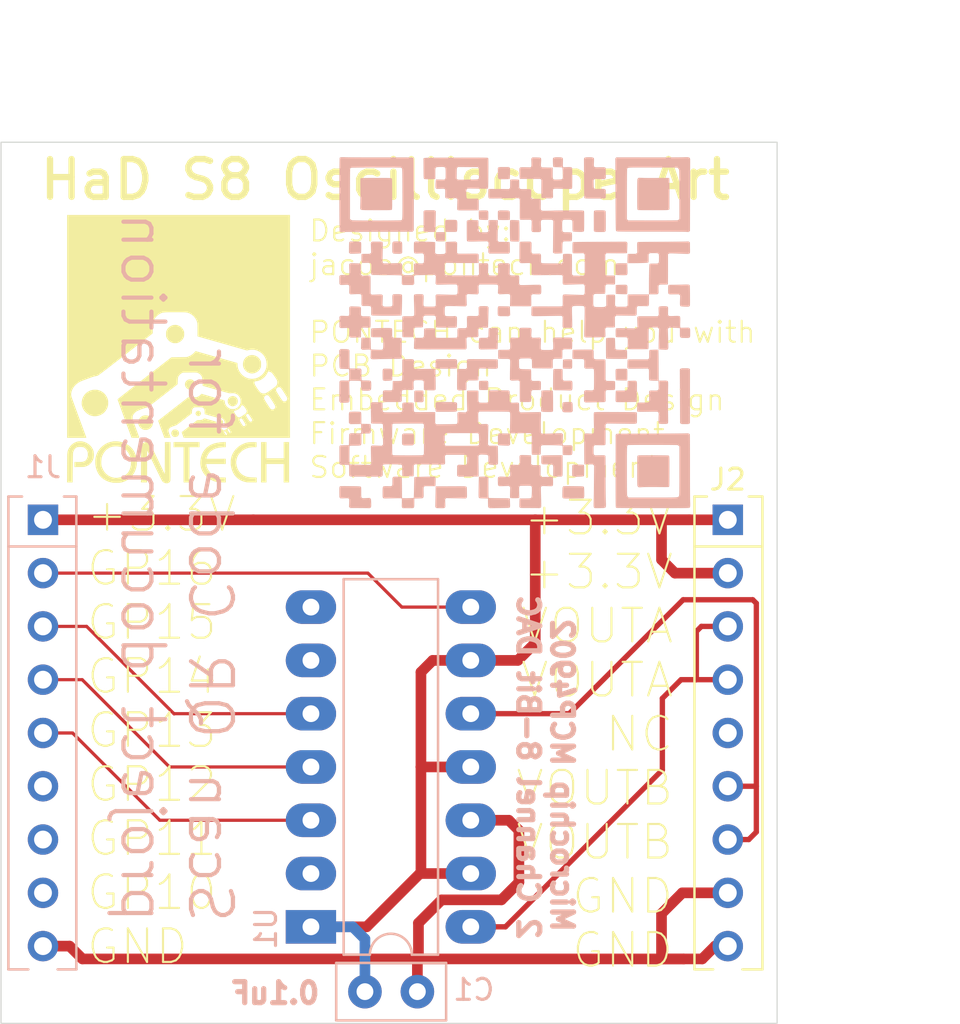
<source format=kicad_pcb>
(kicad_pcb (version 20240108) (generator "pcbnew") (generator_version "8.0")
  (layers (0 "F.Cu" signal) (31 "B.Cu" signal) (34 "B.Paste" user) (35 "F.Paste" user) (36 "B.SilkS" user "B.Silkscreen") (37 "F.SilkS" user "F.Silkscreen") (38 "B.Mask" user) (39 "F.Mask" user) (44 "Edge.Cuts" user))
  (net 0 "")
  (net 4 "GND")
  (net 5 "/GP12-SPI1-MISO")
  (net 6 "/GP13-SPI1-CSn")
  (net 7 "/GP11-SPI1-MOSI")
  (net 8 "/GP10-SPI1-SCK")
  (net 9 "/GP16-SPI0-MISO")
  (net 10 "+3V3")
  (net 11 "/GP14-SPI1-SCK")
  (net 12 "/GP15-SPI1-MOSI")
  (net 13 "Net-(J2-Pin_6)")
  (net 15 "Net-(J2-Pin_3)")
  (footprint "a_pontech:PONTECH-10mm-12mm" (layer "F.Cu") (at 163.46 71.86)
    (property "Reference" "ART1" (hide yes))
    (property "Value" "PONTECH-10mm-12mm" (hide yes))
  )
  (footprint "Package_SIP:SIP-9_22.3x3mm_P2.54mm" (layer "F.Cu") (at 189.65 80 -90)
    (property "Reference" "J2" (at -1.92 0 180) (layer "F.SilkS"))
    (property "Value" "Conn_01x09")
    (pad "1" thru_hole rect (at 0 0) (size 1.45 1.45) (drill 0.85) (layers "*.Cu" "*.Mask") (net 10 "+3V3"))
    (pad "2" thru_hole circle (at 2.54 0) (size 1.45 1.45) (drill 0.85) (layers "*.Cu" "*.Mask") (net 10 "+3V3"))
    (pad "3" thru_hole circle (at 5.08 0) (size 1.45 1.45) (drill 0.85) (layers "*.Cu" "*.Mask") (net 15 "Net-(J2-Pin_3)"))
    (pad "4" thru_hole circle (at 7.62 0) (size 1.45 1.45) (drill 0.85) (layers "*.Cu" "*.Mask") (net 15 "Net-(J2-Pin_3)"))
    (pad "5" thru_hole circle (at 10.16 0) (size 1.45 1.45) (drill 0.85) (layers "*.Cu" "*.Mask"))
    (pad "6" thru_hole circle (at 12.7 0) (size 1.45 1.45) (drill 0.85) (layers "*.Cu" "*.Mask") (net 13 "Net-(J2-Pin_6)"))
    (pad "7" thru_hole circle (at 15.24 0) (size 1.45 1.45) (drill 0.85) (layers "*.Cu" "*.Mask") (net 13 "Net-(J2-Pin_6)"))
    (pad "8" thru_hole circle (at 17.78 0) (size 1.45 1.45) (drill 0.85) (layers "*.Cu" "*.Mask") (net 4 "GND"))
    (pad "9" thru_hole circle (at 20.32 0) (size 1.45 1.45) (drill 0.85) (layers "*.Cu" "*.Mask") (net 4 "GND"))
  )
  (footprint "Package_SIP:SIP-9_22.3x3mm_P2.54mm" (layer "B.Cu") (at 157 80 -90)
    (property "Reference" "J1" (at -2.51 0 0) (layer "B.SilkS") (effects (justify mirror)))
    (property "Value" "Conn_01x09")
    (pad "1" thru_hole rect (at 0 0 180) (size 1.45 1.45) (drill 0.85) (layers "*.Cu" "*.Mask") (net 10 "+3V3"))
    (pad "2" thru_hole circle (at 2.54 0 180) (size 1.45 1.45) (drill 0.85) (layers "*.Cu" "*.Mask") (net 9 "/GP16-SPI0-MISO"))
    (pad "3" thru_hole circle (at 5.08 0 180) (size 1.45 1.45) (drill 0.85) (layers "*.Cu" "*.Mask") (net 12 "/GP15-SPI1-MOSI"))
    (pad "4" thru_hole circle (at 7.62 0 180) (size 1.45 1.45) (drill 0.85) (layers "*.Cu" "*.Mask") (net 11 "/GP14-SPI1-SCK"))
    (pad "5" thru_hole circle (at 10.16 0 180) (size 1.45 1.45) (drill 0.85) (layers "*.Cu" "*.Mask") (net 6 "/GP13-SPI1-CSn"))
    (pad "6" thru_hole circle (at 12.7 0 180) (size 1.45 1.45) (drill 0.85) (layers "*.Cu" "*.Mask") (net 5 "/GP12-SPI1-MISO"))
    (pad "7" thru_hole circle (at 15.24 0 180) (size 1.45 1.45) (drill 0.85) (layers "*.Cu" "*.Mask") (net 7 "/GP11-SPI1-MOSI"))
    (pad "8" thru_hole circle (at 17.78 0 180) (size 1.45 1.45) (drill 0.85) (layers "*.Cu" "*.Mask") (net 8 "/GP10-SPI1-SCK"))
    (pad "9" thru_hole circle (at 20.32 0 180) (size 1.45 1.45) (drill 0.85) (layers "*.Cu" "*.Mask") (net 4 "GND"))
  )
  (footprint "Package_DIP:DIP-14_W7.62mm_LongPads" (layer "B.Cu") (at 169.775 99.4)
    (property "Reference" "U1" (at -2.145 0.08 -90) (layer "B.SilkS") (effects (justify mirror)))
    (property "Value" "MCP4902")
    (pad "1" thru_hole rect (at 0 0) (size 2.4 1.6) (drill 0.8) (layers "*.Cu" "*.Mask") (net 10 "+3V3"))
    (pad "2" thru_hole oval (at 0 -2.54) (size 2.4 1.6) (drill 0.8) (layers "*.Cu" "*.Mask"))
    (pad "3" thru_hole oval (at 0 -5.08) (size 2.4 1.6) (drill 0.8) (layers "*.Cu" "*.Mask") (net 6 "/GP13-SPI1-CSn"))
    (pad "4" thru_hole oval (at 0 -7.62) (size 2.4 1.6) (drill 0.8) (layers "*.Cu" "*.Mask") (net 11 "/GP14-SPI1-SCK"))
    (pad "5" thru_hole oval (at 0 -10.16) (size 2.4 1.6) (drill 0.8) (layers "*.Cu" "*.Mask") (net 12 "/GP15-SPI1-MOSI"))
    (pad "6" thru_hole oval (at 0 -12.7) (size 2.4 1.6) (drill 0.8) (layers "*.Cu" "*.Mask"))
    (pad "7" thru_hole oval (at 0 -15.24) (size 2.4 1.6) (drill 0.8) (layers "*.Cu" "*.Mask"))
    (pad "8" thru_hole oval (at 7.62 -15.24) (size 2.4 1.6) (drill 0.8) (layers "*.Cu" "*.Mask") (net 9 "/GP16-SPI0-MISO"))
    (pad "9" thru_hole oval (at 7.62 -12.7) (size 2.4 1.6) (drill 0.8) (layers "*.Cu" "*.Mask") (net 10 "+3V3"))
    (pad "10" thru_hole oval (at 7.62 -10.16) (size 2.4 1.6) (drill 0.8) (layers "*.Cu" "*.Mask") (net 13 "Net-(J2-Pin_6)"))
    (pad "11" thru_hole oval (at 7.62 -7.62) (size 2.4 1.6) (drill 0.8) (layers "*.Cu" "*.Mask") (net 10 "+3V3"))
    (pad "12" thru_hole oval (at 7.62 -5.08) (size 2.4 1.6) (drill 0.8) (layers "*.Cu" "*.Mask") (net 4 "GND"))
    (pad "13" thru_hole oval (at 7.62 -2.54) (size 2.4 1.6) (drill 0.8) (layers "*.Cu" "*.Mask") (net 10 "+3V3"))
    (pad "14" thru_hole oval (at 7.62 0) (size 2.4 1.6) (drill 0.8) (layers "*.Cu" "*.Mask") (net 15 "Net-(J2-Pin_3)"))
  )
  (footprint "Lab7-Art:oscilloscope-art-at-hackaday-supercon-8" (layer "B.Cu") (at 179.203547 71.025008 180)
    (property "Reference" "G***" (hide yes))
    (property "Value" "LOGO" (hide yes))
  )
  (footprint "Capacitor_THT:C_Disc_D5.0mm_W2.5mm_P2.50mm" (layer "B.Cu") (at 172.35 102.49)
    (property "Reference" "C1" (at 5.19 -0.09 0) (layer "B.SilkS") (effects (justify mirror)))
    (property "Value" "C")
    (pad "1" thru_hole circle (at 0 0) (size 1.6 1.6) (drill 0.8) (layers "*.Cu" "*.Mask") (net 10 "+3V3"))
    (pad "2" thru_hole circle (at 2.5 0) (size 1.6 1.6) (drill 0.8) (layers "*.Cu" "*.Mask") (net 4 "GND"))
  )
  (gr_rect (start 155 62) (end 192 104) (stroke (width 0.05)) (fill none) (layer "Edge.Cuts"))
  (gr_text "Scan QR Code for\nproject documentation" (at 160.58 99.35 270) (layer "B.SilkS") (effects (font (size 2 2) (thickness 0.2)) (justify left bottom mirror)))
  (gr_text "0.1uF" (at 168.07 103.15 0) (layer "B.SilkS") (effects (font (size 1 1) (thickness 0.25)) (justify bottom mirror)))
  (gr_text "Microchip MCP4902 \n2 Channel 8-Bit DAC" (at 179.55 91.79 270) (layer "B.SilkS") (effects (font (size 1 1) (thickness 0.25)) (justify bottom mirror)))
  (gr_text "Designed by: \njacob@pontech.com\n\nPONTECH can help you with\nPCB Design\nEmbedded Product Design\nFirmware Development\nSoftware Development" (at 169.63 78.08 0) (layer "F.SilkS") (effects (font (size 1 1) (thickness 0.1)) (justify left bottom)))
  (gr_text "+3.3V\n+3.3V\nVOUTA\nVOUTA\nNC\nVOUTB\nVOUTB\nGND\nGND" (at 187.14 101.45 0) (layer "F.SilkS") (effects (font (size 1.6 1.6) (thickness 0.1)) (justify right bottom)))
  (gr_text "+3.3V\nGP16\nGP15\nGP14\nGP13\nGP12\nGP11\nGP10\nGND" (at 159 101.275 0) (layer "F.SilkS") (effects (font (size 1.6 1.6) (thickness 0.1)) (justify left bottom)))
  (gr_text "HaD S8 Oscilliscope Art" (at 173.32 64.84 0) (layer "F.SilkS") (effects (font (size 1.8 1.8) (thickness 0.3)) (justify bottom)))
  (segment (start 189.65 97.78) (end 187.48 97.78) (width 0.508) (layer "F.Cu") (net 4))
  (segment (start 187.48 97.78) (end 186.49 98.77) (width 0.508) (layer "F.Cu") (net 4))
  (segment (start 176.006 98.114) (end 174.9 99.22) (width 0.508) (layer "F.Cu") (net 4))
  (segment (start 179.69 97.28) (end 178.856 98.114) (width 0.508) (layer "F.Cu") (net 4))
  (segment (start 179.69 94.8) (end 179.69 97.28) (width 0.508) (layer "F.Cu") (net 4))
  (segment (start 157 100.32) (end 158.27 100.32) (width 0.508) (layer "F.Cu") (net 4))
  (segment (start 174.88 100.93) (end 158.88 100.93) (width 0.508) (layer "F.Cu") (net 4))
  (segment (start 174.85 100.96) (end 174.88 100.93) (width 0.508) (layer "F.Cu") (net 4))
  (segment (start 187.55 100.93) (end 174.9 100.93) (width 0.508) (layer "F.Cu") (net 4))
  (segment (start 174.85 102.49) (end 174.85 100.96) (width 0.508) (layer "F.Cu") (net 4))
  (segment (start 186.49 98.77) (end 186.49 100.93) (width 0.508) (layer "F.Cu") (net 4))
  (segment (start 158.27 100.32) (end 158.88 100.93) (width 0.508) (layer "F.Cu") (net 4))
  (segment (start 174.9 100.91) (end 174.88 100.93) (width 0.508) (layer "F.Cu") (net 4))
  (segment (start 178.856 98.114) (end 176.006 98.114) (width 0.508) (layer "F.Cu") (net 4))
  (segment (start 187.55 100.93) (end 188.43 100.93) (width 0.508) (layer "F.Cu") (net 4))
  (segment (start 179.21 94.32) (end 179.69 94.8) (width 0.508) (layer "F.Cu") (net 4))
  (segment (start 188.43 100.93) (end 189.04 100.32) (width 0.508) (layer "F.Cu") (net 4))
  (segment (start 186.49 100.93) (end 187.55 100.93) (width 0.508) (layer "F.Cu") (net 4))
  (segment (start 189.04 100.32) (end 189.65 100.32) (width 0.508) (layer "F.Cu") (net 4))
  (segment (start 174.9 99.22) (end 174.9 100.91) (width 0.508) (layer "F.Cu") (net 4))
  (segment (start 177.395 94.32) (end 179.21 94.32) (width 0.508) (layer "F.Cu") (net 4))
  (segment (start 158.41 90.16) (end 162.57 94.32) (width 0.1524) (layer "F.Cu") (net 6))
  (segment (start 157 90.16) (end 158.41 90.16) (width 0.1524) (layer "F.Cu") (net 6))
  (segment (start 162.57 94.32) (end 169.775 94.32) (width 0.1524) (layer "F.Cu") (net 6))
  (segment (start 174.11 84.16) (end 177.395 84.16) (width 0.1524) (layer "F.Cu") (net 9))
  (segment (start 157 82.54) (end 172.49 82.54) (width 0.1524) (layer "F.Cu") (net 9))
  (segment (start 172.49 82.54) (end 174.11 84.16) (width 0.1524) (layer "F.Cu") (net 9))
  (segment (start 180.47 85.87) (end 179.64 86.7) (width 0.508) (layer "F.Cu") (net 10))
  (segment (start 180.47 80) (end 167.025 80) (width 0.508) (layer "F.Cu") (net 10))
  (segment (start 187.13 82.54) (end 186.49 81.9) (width 0.508) (layer "F.Cu") (net 10))
  (segment (start 174.97 96.86) (end 177.395 96.86) (width 0.508) (layer "F.Cu") (net 10))
  (segment (start 157 80) (end 167.025 80) (width 0.508) (layer "F.Cu") (net 10))
  (segment (start 175.02 91.78) (end 175.02 96.86) (width 0.508) (layer "F.Cu") (net 10))
  (segment (start 169.775 99.4) (end 172.43 99.4) (width 0.508) (layer "F.Cu") (net 10))
  (segment (start 189.65 82.54) (end 187.13 82.54) (width 0.508) (layer "F.Cu") (net 10))
  (segment (start 172.43 99.4) (end 174.97 96.86) (width 0.508) (layer "F.Cu") (net 10))
  (segment (start 187.825 80) (end 180.47 80) (width 0.508) (layer "F.Cu") (net 10))
  (segment (start 186.49 80) (end 187.825 80) (width 0.508) (layer "F.Cu") (net 10))
  (segment (start 175.02 91.78) (end 175.02 87.26) (width 0.508) (layer "F.Cu") (net 10))
  (segment (start 175.58 86.7) (end 177.395 86.7) (width 0.508) (layer "F.Cu") (net 10))
  (segment (start 189.65 80) (end 187.825 80) (width 0.508) (layer "F.Cu") (net 10))
  (segment (start 175.02 87.26) (end 175.58 86.7) (width 0.508) (layer "F.Cu") (net 10))
  (segment (start 180.47 80) (end 180.47 85.87) (width 0.508) (layer "F.Cu") (net 10))
  (segment (start 186.49 81.9) (end 186.49 80) (width 0.508) (layer "F.Cu") (net 10))
  (segment (start 179.64 86.7) (end 177.395 86.7) (width 0.508) (layer "F.Cu") (net 10))
  (segment (start 177.395 91.78) (end 175.02 91.78) (width 0.508) (layer "F.Cu") (net 10))
  (segment (start 172.35 102.49) (end 172.35 99.98) (width 0.508) (layer "B.Cu") (net 10))
  (segment (start 172.35 99.98) (end 171.77 99.4) (width 0.508) (layer "B.Cu") (net 10))
  (segment (start 171.77 99.4) (end 169.775 99.4) (width 0.508) (layer "B.Cu") (net 10))
  (segment (start 157 87.62) (end 158.87 87.62) (width 0.1524) (layer "F.Cu") (net 11))
  (segment (start 158.87 87.62) (end 163.03 91.78) (width 0.1524) (layer "F.Cu") (net 11))
  (segment (start 163.03 91.78) (end 169.775 91.78) (width 0.1524) (layer "F.Cu") (net 11))
  (segment (start 159.08 85.08) (end 163.25 89.25) (width 0.1524) (layer "F.Cu") (net 12))
  (segment (start 157 85.08) (end 159.08 85.08) (width 0.1524) (layer "F.Cu") (net 12))
  (segment (start 163.26 89.24) (end 169.775 89.24) (width 0.1524) (layer "F.Cu") (net 12))
  (segment (start 163.25 89.25) (end 163.26 89.24) (width 0.1524) (layer "F.Cu") (net 12))
  (segment (start 191.01 83.98) (end 190.84 83.81) (width 0.254) (layer "F.Cu") (net 13))
  (segment (start 182.09 89.24) (end 177.395 89.24) (width 0.254) (layer "F.Cu") (net 13))
  (segment (start 187.52 83.81) (end 182.09 89.24) (width 0.254) (layer "F.Cu") (net 13))
  (segment (start 189.65 95.24) (end 190.65 95.24) (width 0.254) (layer "F.Cu") (net 13))
  (segment (start 190.65 95.24) (end 191.01 94.88) (width 0.254) (layer "F.Cu") (net 13))
  (segment (start 191.01 92.7) (end 191.01 83.98) (width 0.254) (layer "F.Cu") (net 13))
  (segment (start 191.01 94.88) (end 191.01 92.7) (width 0.254) (layer "F.Cu") (net 13))
  (segment (start 189.65 92.7) (end 191.01 92.7) (width 0.254) (layer "F.Cu") (net 13))
  (segment (start 190.84 83.81) (end 187.52 83.81) (width 0.254) (layer "F.Cu") (net 13))
  (segment (start 189.65 85.08) (end 188.39 85.08) (width 0.254) (layer "F.Cu") (net 15))
  (segment (start 187.42 87.62) (end 188.15 87.62) (width 0.254) (layer "F.Cu") (net 15))
  (segment (start 188.15 85.32) (end 188.15 87.62) (width 0.254) (layer "F.Cu") (net 15))
  (segment (start 177.395 99.4) (end 179.05 99.4) (width 0.254) (layer "F.Cu") (net 15))
  (segment (start 188.39 85.08) (end 188.15 85.32) (width 0.254) (layer "F.Cu") (net 15))
  (segment (start 186.53 91.92) (end 186.53 88.51) (width 0.254) (layer "F.Cu") (net 15))
  (segment (start 186.53 88.51) (end 187.42 87.62) (width 0.254) (layer "F.Cu") (net 15))
  (segment (start 188.15 87.62) (end 189.65 87.62) (width 0.254) (layer "F.Cu") (net 15))
  (segment (start 179.05 99.4) (end 186.53 91.92) (width 0.254) (layer "F.Cu") (net 15))
)
</source>
